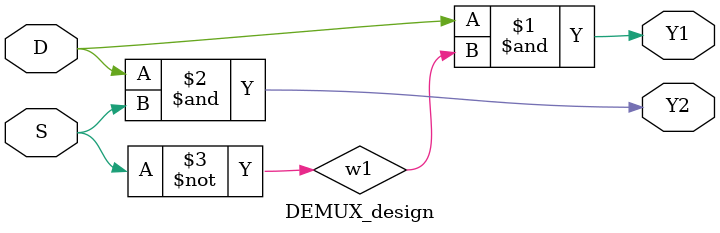
<source format=v>
module DEMUX_design(
    input S,
    input D,
    output Y1,
    output Y2
    );
    wire w1;
    not(w1, S);
    and(Y1, D, w1);
    and(Y2, D, S);
endmodule

</source>
